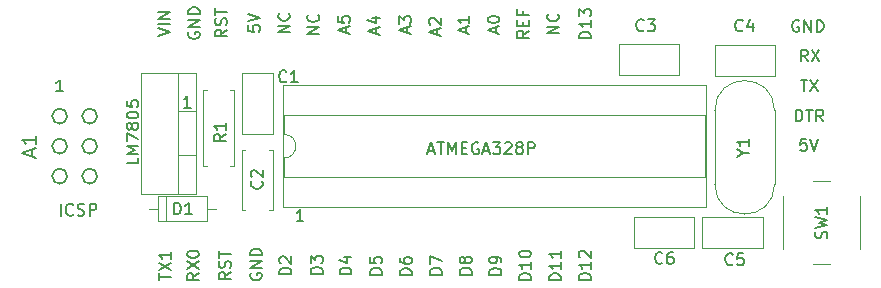
<source format=gbr>
G04 #@! TF.FileFunction,Legend,Top*
%FSLAX46Y46*%
G04 Gerber Fmt 4.6, Leading zero omitted, Abs format (unit mm)*
G04 Created by KiCad (PCBNEW 4.0.7) date 11/09/21 23:28:09*
%MOMM*%
%LPD*%
G01*
G04 APERTURE LIST*
%ADD10C,0.100000*%
%ADD11C,0.150000*%
%ADD12C,0.120000*%
G04 APERTURE END LIST*
D10*
D11*
X187689524Y-88292381D02*
X187213333Y-88292381D01*
X187165714Y-88768571D01*
X187213333Y-88720952D01*
X187308571Y-88673333D01*
X187546667Y-88673333D01*
X187641905Y-88720952D01*
X187689524Y-88768571D01*
X187737143Y-88863810D01*
X187737143Y-89101905D01*
X187689524Y-89197143D01*
X187641905Y-89244762D01*
X187546667Y-89292381D01*
X187308571Y-89292381D01*
X187213333Y-89244762D01*
X187165714Y-89197143D01*
X188022857Y-88292381D02*
X188356190Y-89292381D01*
X188689524Y-88292381D01*
X132802381Y-79581238D02*
X133802381Y-79247905D01*
X132802381Y-78914571D01*
X133802381Y-78581238D02*
X132802381Y-78581238D01*
X133802381Y-78105048D02*
X132802381Y-78105048D01*
X133802381Y-77533619D01*
X132802381Y-77533619D01*
X135390000Y-79247904D02*
X135342381Y-79343142D01*
X135342381Y-79485999D01*
X135390000Y-79628857D01*
X135485238Y-79724095D01*
X135580476Y-79771714D01*
X135770952Y-79819333D01*
X135913810Y-79819333D01*
X136104286Y-79771714D01*
X136199524Y-79724095D01*
X136294762Y-79628857D01*
X136342381Y-79485999D01*
X136342381Y-79390761D01*
X136294762Y-79247904D01*
X136247143Y-79200285D01*
X135913810Y-79200285D01*
X135913810Y-79390761D01*
X136342381Y-78771714D02*
X135342381Y-78771714D01*
X136342381Y-78200285D01*
X135342381Y-78200285D01*
X136342381Y-77724095D02*
X135342381Y-77724095D01*
X135342381Y-77486000D01*
X135390000Y-77343142D01*
X135485238Y-77247904D01*
X135580476Y-77200285D01*
X135770952Y-77152666D01*
X135913810Y-77152666D01*
X136104286Y-77200285D01*
X136199524Y-77247904D01*
X136294762Y-77343142D01*
X136342381Y-77486000D01*
X136342381Y-77724095D01*
X138628381Y-79033619D02*
X138152190Y-79366953D01*
X138628381Y-79605048D02*
X137628381Y-79605048D01*
X137628381Y-79224095D01*
X137676000Y-79128857D01*
X137723619Y-79081238D01*
X137818857Y-79033619D01*
X137961714Y-79033619D01*
X138056952Y-79081238D01*
X138104571Y-79128857D01*
X138152190Y-79224095D01*
X138152190Y-79605048D01*
X138580762Y-78652667D02*
X138628381Y-78509810D01*
X138628381Y-78271714D01*
X138580762Y-78176476D01*
X138533143Y-78128857D01*
X138437905Y-78081238D01*
X138342667Y-78081238D01*
X138247429Y-78128857D01*
X138199810Y-78176476D01*
X138152190Y-78271714D01*
X138104571Y-78462191D01*
X138056952Y-78557429D01*
X138009333Y-78605048D01*
X137914095Y-78652667D01*
X137818857Y-78652667D01*
X137723619Y-78605048D01*
X137676000Y-78557429D01*
X137628381Y-78462191D01*
X137628381Y-78224095D01*
X137676000Y-78081238D01*
X137628381Y-77795524D02*
X137628381Y-77224095D01*
X138628381Y-77509810D02*
X137628381Y-77509810D01*
X140422381Y-78676476D02*
X140422381Y-79152667D01*
X140898571Y-79200286D01*
X140850952Y-79152667D01*
X140803333Y-79057429D01*
X140803333Y-78819333D01*
X140850952Y-78724095D01*
X140898571Y-78676476D01*
X140993810Y-78628857D01*
X141231905Y-78628857D01*
X141327143Y-78676476D01*
X141374762Y-78724095D01*
X141422381Y-78819333D01*
X141422381Y-79057429D01*
X141374762Y-79152667D01*
X141327143Y-79200286D01*
X140422381Y-78343143D02*
X141422381Y-78009810D01*
X140422381Y-77676476D01*
X143962381Y-79271714D02*
X142962381Y-79271714D01*
X143962381Y-78700285D01*
X142962381Y-78700285D01*
X143867143Y-77652666D02*
X143914762Y-77700285D01*
X143962381Y-77843142D01*
X143962381Y-77938380D01*
X143914762Y-78081238D01*
X143819524Y-78176476D01*
X143724286Y-78224095D01*
X143533810Y-78271714D01*
X143390952Y-78271714D01*
X143200476Y-78224095D01*
X143105238Y-78176476D01*
X143010000Y-78081238D01*
X142962381Y-77938380D01*
X142962381Y-77843142D01*
X143010000Y-77700285D01*
X143057619Y-77652666D01*
X146432381Y-79375714D02*
X145432381Y-79375714D01*
X146432381Y-78804285D01*
X145432381Y-78804285D01*
X146337143Y-77756666D02*
X146384762Y-77804285D01*
X146432381Y-77947142D01*
X146432381Y-78042380D01*
X146384762Y-78185238D01*
X146289524Y-78280476D01*
X146194286Y-78328095D01*
X146003810Y-78375714D01*
X145860952Y-78375714D01*
X145670476Y-78328095D01*
X145575238Y-78280476D01*
X145480000Y-78185238D01*
X145432381Y-78042380D01*
X145432381Y-77947142D01*
X145480000Y-77804285D01*
X145527619Y-77756666D01*
X148736667Y-79304286D02*
X148736667Y-78828095D01*
X149022381Y-79399524D02*
X148022381Y-79066191D01*
X149022381Y-78732857D01*
X148022381Y-77923333D02*
X148022381Y-78399524D01*
X148498571Y-78447143D01*
X148450952Y-78399524D01*
X148403333Y-78304286D01*
X148403333Y-78066190D01*
X148450952Y-77970952D01*
X148498571Y-77923333D01*
X148593810Y-77875714D01*
X148831905Y-77875714D01*
X148927143Y-77923333D01*
X148974762Y-77970952D01*
X149022381Y-78066190D01*
X149022381Y-78304286D01*
X148974762Y-78399524D01*
X148927143Y-78447143D01*
X151286667Y-79354286D02*
X151286667Y-78878095D01*
X151572381Y-79449524D02*
X150572381Y-79116191D01*
X151572381Y-78782857D01*
X150905714Y-78020952D02*
X151572381Y-78020952D01*
X150524762Y-78259048D02*
X151239048Y-78497143D01*
X151239048Y-77878095D01*
X153906667Y-79334286D02*
X153906667Y-78858095D01*
X154192381Y-79429524D02*
X153192381Y-79096191D01*
X154192381Y-78762857D01*
X153192381Y-78524762D02*
X153192381Y-77905714D01*
X153573333Y-78239048D01*
X153573333Y-78096190D01*
X153620952Y-78000952D01*
X153668571Y-77953333D01*
X153763810Y-77905714D01*
X154001905Y-77905714D01*
X154097143Y-77953333D01*
X154144762Y-78000952D01*
X154192381Y-78096190D01*
X154192381Y-78381905D01*
X154144762Y-78477143D01*
X154097143Y-78524762D01*
X156446667Y-79474286D02*
X156446667Y-78998095D01*
X156732381Y-79569524D02*
X155732381Y-79236191D01*
X156732381Y-78902857D01*
X155827619Y-78617143D02*
X155780000Y-78569524D01*
X155732381Y-78474286D01*
X155732381Y-78236190D01*
X155780000Y-78140952D01*
X155827619Y-78093333D01*
X155922857Y-78045714D01*
X156018095Y-78045714D01*
X156160952Y-78093333D01*
X156732381Y-78664762D01*
X156732381Y-78045714D01*
X158866667Y-79334286D02*
X158866667Y-78858095D01*
X159152381Y-79429524D02*
X158152381Y-79096191D01*
X159152381Y-78762857D01*
X159152381Y-77905714D02*
X159152381Y-78477143D01*
X159152381Y-78191429D02*
X158152381Y-78191429D01*
X158295238Y-78286667D01*
X158390476Y-78381905D01*
X158438095Y-78477143D01*
X161406667Y-79334286D02*
X161406667Y-78858095D01*
X161692381Y-79429524D02*
X160692381Y-79096191D01*
X161692381Y-78762857D01*
X160692381Y-78239048D02*
X160692381Y-78143809D01*
X160740000Y-78048571D01*
X160787619Y-78000952D01*
X160882857Y-77953333D01*
X161073333Y-77905714D01*
X161311429Y-77905714D01*
X161501905Y-77953333D01*
X161597143Y-78000952D01*
X161644762Y-78048571D01*
X161692381Y-78143809D01*
X161692381Y-78239048D01*
X161644762Y-78334286D01*
X161597143Y-78381905D01*
X161501905Y-78429524D01*
X161311429Y-78477143D01*
X161073333Y-78477143D01*
X160882857Y-78429524D01*
X160787619Y-78381905D01*
X160740000Y-78334286D01*
X160692381Y-78239048D01*
X164172381Y-79131428D02*
X163696190Y-79464762D01*
X164172381Y-79702857D02*
X163172381Y-79702857D01*
X163172381Y-79321904D01*
X163220000Y-79226666D01*
X163267619Y-79179047D01*
X163362857Y-79131428D01*
X163505714Y-79131428D01*
X163600952Y-79179047D01*
X163648571Y-79226666D01*
X163696190Y-79321904D01*
X163696190Y-79702857D01*
X163648571Y-78702857D02*
X163648571Y-78369523D01*
X164172381Y-78226666D02*
X164172381Y-78702857D01*
X163172381Y-78702857D01*
X163172381Y-78226666D01*
X163648571Y-77464761D02*
X163648571Y-77798095D01*
X164172381Y-77798095D02*
X163172381Y-77798095D01*
X163172381Y-77321904D01*
X166732381Y-79345714D02*
X165732381Y-79345714D01*
X166732381Y-78774285D01*
X165732381Y-78774285D01*
X166637143Y-77726666D02*
X166684762Y-77774285D01*
X166732381Y-77917142D01*
X166732381Y-78012380D01*
X166684762Y-78155238D01*
X166589524Y-78250476D01*
X166494286Y-78298095D01*
X166303810Y-78345714D01*
X166160952Y-78345714D01*
X165970476Y-78298095D01*
X165875238Y-78250476D01*
X165780000Y-78155238D01*
X165732381Y-78012380D01*
X165732381Y-77917142D01*
X165780000Y-77774285D01*
X165827619Y-77726666D01*
X169452381Y-79774286D02*
X168452381Y-79774286D01*
X168452381Y-79536191D01*
X168500000Y-79393333D01*
X168595238Y-79298095D01*
X168690476Y-79250476D01*
X168880952Y-79202857D01*
X169023810Y-79202857D01*
X169214286Y-79250476D01*
X169309524Y-79298095D01*
X169404762Y-79393333D01*
X169452381Y-79536191D01*
X169452381Y-79774286D01*
X169452381Y-78250476D02*
X169452381Y-78821905D01*
X169452381Y-78536191D02*
X168452381Y-78536191D01*
X168595238Y-78631429D01*
X168690476Y-78726667D01*
X168738095Y-78821905D01*
X168452381Y-77917143D02*
X168452381Y-77298095D01*
X168833333Y-77631429D01*
X168833333Y-77488571D01*
X168880952Y-77393333D01*
X168928571Y-77345714D01*
X169023810Y-77298095D01*
X169261905Y-77298095D01*
X169357143Y-77345714D01*
X169404762Y-77393333D01*
X169452381Y-77488571D01*
X169452381Y-77774286D01*
X169404762Y-77869524D01*
X169357143Y-77917143D01*
X169422381Y-100224286D02*
X168422381Y-100224286D01*
X168422381Y-99986191D01*
X168470000Y-99843333D01*
X168565238Y-99748095D01*
X168660476Y-99700476D01*
X168850952Y-99652857D01*
X168993810Y-99652857D01*
X169184286Y-99700476D01*
X169279524Y-99748095D01*
X169374762Y-99843333D01*
X169422381Y-99986191D01*
X169422381Y-100224286D01*
X169422381Y-98700476D02*
X169422381Y-99271905D01*
X169422381Y-98986191D02*
X168422381Y-98986191D01*
X168565238Y-99081429D01*
X168660476Y-99176667D01*
X168708095Y-99271905D01*
X168517619Y-98319524D02*
X168470000Y-98271905D01*
X168422381Y-98176667D01*
X168422381Y-97938571D01*
X168470000Y-97843333D01*
X168517619Y-97795714D01*
X168612857Y-97748095D01*
X168708095Y-97748095D01*
X168850952Y-97795714D01*
X169422381Y-98367143D01*
X169422381Y-97748095D01*
X166912381Y-100254286D02*
X165912381Y-100254286D01*
X165912381Y-100016191D01*
X165960000Y-99873333D01*
X166055238Y-99778095D01*
X166150476Y-99730476D01*
X166340952Y-99682857D01*
X166483810Y-99682857D01*
X166674286Y-99730476D01*
X166769524Y-99778095D01*
X166864762Y-99873333D01*
X166912381Y-100016191D01*
X166912381Y-100254286D01*
X166912381Y-98730476D02*
X166912381Y-99301905D01*
X166912381Y-99016191D02*
X165912381Y-99016191D01*
X166055238Y-99111429D01*
X166150476Y-99206667D01*
X166198095Y-99301905D01*
X166912381Y-97778095D02*
X166912381Y-98349524D01*
X166912381Y-98063810D02*
X165912381Y-98063810D01*
X166055238Y-98159048D01*
X166150476Y-98254286D01*
X166198095Y-98349524D01*
X164362381Y-100214286D02*
X163362381Y-100214286D01*
X163362381Y-99976191D01*
X163410000Y-99833333D01*
X163505238Y-99738095D01*
X163600476Y-99690476D01*
X163790952Y-99642857D01*
X163933810Y-99642857D01*
X164124286Y-99690476D01*
X164219524Y-99738095D01*
X164314762Y-99833333D01*
X164362381Y-99976191D01*
X164362381Y-100214286D01*
X164362381Y-98690476D02*
X164362381Y-99261905D01*
X164362381Y-98976191D02*
X163362381Y-98976191D01*
X163505238Y-99071429D01*
X163600476Y-99166667D01*
X163648095Y-99261905D01*
X163362381Y-98071429D02*
X163362381Y-97976190D01*
X163410000Y-97880952D01*
X163457619Y-97833333D01*
X163552857Y-97785714D01*
X163743333Y-97738095D01*
X163981429Y-97738095D01*
X164171905Y-97785714D01*
X164267143Y-97833333D01*
X164314762Y-97880952D01*
X164362381Y-97976190D01*
X164362381Y-98071429D01*
X164314762Y-98166667D01*
X164267143Y-98214286D01*
X164171905Y-98261905D01*
X163981429Y-98309524D01*
X163743333Y-98309524D01*
X163552857Y-98261905D01*
X163457619Y-98214286D01*
X163410000Y-98166667D01*
X163362381Y-98071429D01*
X161852381Y-99788095D02*
X160852381Y-99788095D01*
X160852381Y-99550000D01*
X160900000Y-99407142D01*
X160995238Y-99311904D01*
X161090476Y-99264285D01*
X161280952Y-99216666D01*
X161423810Y-99216666D01*
X161614286Y-99264285D01*
X161709524Y-99311904D01*
X161804762Y-99407142D01*
X161852381Y-99550000D01*
X161852381Y-99788095D01*
X161852381Y-98740476D02*
X161852381Y-98550000D01*
X161804762Y-98454761D01*
X161757143Y-98407142D01*
X161614286Y-98311904D01*
X161423810Y-98264285D01*
X161042857Y-98264285D01*
X160947619Y-98311904D01*
X160900000Y-98359523D01*
X160852381Y-98454761D01*
X160852381Y-98645238D01*
X160900000Y-98740476D01*
X160947619Y-98788095D01*
X161042857Y-98835714D01*
X161280952Y-98835714D01*
X161376190Y-98788095D01*
X161423810Y-98740476D01*
X161471429Y-98645238D01*
X161471429Y-98454761D01*
X161423810Y-98359523D01*
X161376190Y-98311904D01*
X161280952Y-98264285D01*
X159332381Y-99778095D02*
X158332381Y-99778095D01*
X158332381Y-99540000D01*
X158380000Y-99397142D01*
X158475238Y-99301904D01*
X158570476Y-99254285D01*
X158760952Y-99206666D01*
X158903810Y-99206666D01*
X159094286Y-99254285D01*
X159189524Y-99301904D01*
X159284762Y-99397142D01*
X159332381Y-99540000D01*
X159332381Y-99778095D01*
X158760952Y-98635238D02*
X158713333Y-98730476D01*
X158665714Y-98778095D01*
X158570476Y-98825714D01*
X158522857Y-98825714D01*
X158427619Y-98778095D01*
X158380000Y-98730476D01*
X158332381Y-98635238D01*
X158332381Y-98444761D01*
X158380000Y-98349523D01*
X158427619Y-98301904D01*
X158522857Y-98254285D01*
X158570476Y-98254285D01*
X158665714Y-98301904D01*
X158713333Y-98349523D01*
X158760952Y-98444761D01*
X158760952Y-98635238D01*
X158808571Y-98730476D01*
X158856190Y-98778095D01*
X158951429Y-98825714D01*
X159141905Y-98825714D01*
X159237143Y-98778095D01*
X159284762Y-98730476D01*
X159332381Y-98635238D01*
X159332381Y-98444761D01*
X159284762Y-98349523D01*
X159237143Y-98301904D01*
X159141905Y-98254285D01*
X158951429Y-98254285D01*
X158856190Y-98301904D01*
X158808571Y-98349523D01*
X158760952Y-98444761D01*
X156802381Y-99778095D02*
X155802381Y-99778095D01*
X155802381Y-99540000D01*
X155850000Y-99397142D01*
X155945238Y-99301904D01*
X156040476Y-99254285D01*
X156230952Y-99206666D01*
X156373810Y-99206666D01*
X156564286Y-99254285D01*
X156659524Y-99301904D01*
X156754762Y-99397142D01*
X156802381Y-99540000D01*
X156802381Y-99778095D01*
X155802381Y-98873333D02*
X155802381Y-98206666D01*
X156802381Y-98635238D01*
X154252381Y-99828095D02*
X153252381Y-99828095D01*
X153252381Y-99590000D01*
X153300000Y-99447142D01*
X153395238Y-99351904D01*
X153490476Y-99304285D01*
X153680952Y-99256666D01*
X153823810Y-99256666D01*
X154014286Y-99304285D01*
X154109524Y-99351904D01*
X154204762Y-99447142D01*
X154252381Y-99590000D01*
X154252381Y-99828095D01*
X153252381Y-98399523D02*
X153252381Y-98590000D01*
X153300000Y-98685238D01*
X153347619Y-98732857D01*
X153490476Y-98828095D01*
X153680952Y-98875714D01*
X154061905Y-98875714D01*
X154157143Y-98828095D01*
X154204762Y-98780476D01*
X154252381Y-98685238D01*
X154252381Y-98494761D01*
X154204762Y-98399523D01*
X154157143Y-98351904D01*
X154061905Y-98304285D01*
X153823810Y-98304285D01*
X153728571Y-98351904D01*
X153680952Y-98399523D01*
X153633333Y-98494761D01*
X153633333Y-98685238D01*
X153680952Y-98780476D01*
X153728571Y-98828095D01*
X153823810Y-98875714D01*
X151732381Y-99778095D02*
X150732381Y-99778095D01*
X150732381Y-99540000D01*
X150780000Y-99397142D01*
X150875238Y-99301904D01*
X150970476Y-99254285D01*
X151160952Y-99206666D01*
X151303810Y-99206666D01*
X151494286Y-99254285D01*
X151589524Y-99301904D01*
X151684762Y-99397142D01*
X151732381Y-99540000D01*
X151732381Y-99778095D01*
X150732381Y-98301904D02*
X150732381Y-98778095D01*
X151208571Y-98825714D01*
X151160952Y-98778095D01*
X151113333Y-98682857D01*
X151113333Y-98444761D01*
X151160952Y-98349523D01*
X151208571Y-98301904D01*
X151303810Y-98254285D01*
X151541905Y-98254285D01*
X151637143Y-98301904D01*
X151684762Y-98349523D01*
X151732381Y-98444761D01*
X151732381Y-98682857D01*
X151684762Y-98778095D01*
X151637143Y-98825714D01*
X149162381Y-99748095D02*
X148162381Y-99748095D01*
X148162381Y-99510000D01*
X148210000Y-99367142D01*
X148305238Y-99271904D01*
X148400476Y-99224285D01*
X148590952Y-99176666D01*
X148733810Y-99176666D01*
X148924286Y-99224285D01*
X149019524Y-99271904D01*
X149114762Y-99367142D01*
X149162381Y-99510000D01*
X149162381Y-99748095D01*
X148495714Y-98319523D02*
X149162381Y-98319523D01*
X148114762Y-98557619D02*
X148829048Y-98795714D01*
X148829048Y-98176666D01*
X146722381Y-99708095D02*
X145722381Y-99708095D01*
X145722381Y-99470000D01*
X145770000Y-99327142D01*
X145865238Y-99231904D01*
X145960476Y-99184285D01*
X146150952Y-99136666D01*
X146293810Y-99136666D01*
X146484286Y-99184285D01*
X146579524Y-99231904D01*
X146674762Y-99327142D01*
X146722381Y-99470000D01*
X146722381Y-99708095D01*
X145722381Y-98803333D02*
X145722381Y-98184285D01*
X146103333Y-98517619D01*
X146103333Y-98374761D01*
X146150952Y-98279523D01*
X146198571Y-98231904D01*
X146293810Y-98184285D01*
X146531905Y-98184285D01*
X146627143Y-98231904D01*
X146674762Y-98279523D01*
X146722381Y-98374761D01*
X146722381Y-98660476D01*
X146674762Y-98755714D01*
X146627143Y-98803333D01*
X144072381Y-99758095D02*
X143072381Y-99758095D01*
X143072381Y-99520000D01*
X143120000Y-99377142D01*
X143215238Y-99281904D01*
X143310476Y-99234285D01*
X143500952Y-99186666D01*
X143643810Y-99186666D01*
X143834286Y-99234285D01*
X143929524Y-99281904D01*
X144024762Y-99377142D01*
X144072381Y-99520000D01*
X144072381Y-99758095D01*
X143167619Y-98805714D02*
X143120000Y-98758095D01*
X143072381Y-98662857D01*
X143072381Y-98424761D01*
X143120000Y-98329523D01*
X143167619Y-98281904D01*
X143262857Y-98234285D01*
X143358095Y-98234285D01*
X143500952Y-98281904D01*
X144072381Y-98853333D01*
X144072381Y-98234285D01*
X140640000Y-99681904D02*
X140592381Y-99777142D01*
X140592381Y-99919999D01*
X140640000Y-100062857D01*
X140735238Y-100158095D01*
X140830476Y-100205714D01*
X141020952Y-100253333D01*
X141163810Y-100253333D01*
X141354286Y-100205714D01*
X141449524Y-100158095D01*
X141544762Y-100062857D01*
X141592381Y-99919999D01*
X141592381Y-99824761D01*
X141544762Y-99681904D01*
X141497143Y-99634285D01*
X141163810Y-99634285D01*
X141163810Y-99824761D01*
X141592381Y-99205714D02*
X140592381Y-99205714D01*
X141592381Y-98634285D01*
X140592381Y-98634285D01*
X141592381Y-98158095D02*
X140592381Y-98158095D01*
X140592381Y-97920000D01*
X140640000Y-97777142D01*
X140735238Y-97681904D01*
X140830476Y-97634285D01*
X141020952Y-97586666D01*
X141163810Y-97586666D01*
X141354286Y-97634285D01*
X141449524Y-97681904D01*
X141544762Y-97777142D01*
X141592381Y-97920000D01*
X141592381Y-98158095D01*
X136252381Y-99662857D02*
X135776190Y-99996191D01*
X136252381Y-100234286D02*
X135252381Y-100234286D01*
X135252381Y-99853333D01*
X135300000Y-99758095D01*
X135347619Y-99710476D01*
X135442857Y-99662857D01*
X135585714Y-99662857D01*
X135680952Y-99710476D01*
X135728571Y-99758095D01*
X135776190Y-99853333D01*
X135776190Y-100234286D01*
X135252381Y-99329524D02*
X136252381Y-98662857D01*
X135252381Y-98662857D02*
X136252381Y-99329524D01*
X135252381Y-98091429D02*
X135252381Y-97996190D01*
X135300000Y-97900952D01*
X135347619Y-97853333D01*
X135442857Y-97805714D01*
X135633333Y-97758095D01*
X135871429Y-97758095D01*
X136061905Y-97805714D01*
X136157143Y-97853333D01*
X136204762Y-97900952D01*
X136252381Y-97996190D01*
X136252381Y-98091429D01*
X136204762Y-98186667D01*
X136157143Y-98234286D01*
X136061905Y-98281905D01*
X135871429Y-98329524D01*
X135633333Y-98329524D01*
X135442857Y-98281905D01*
X135347619Y-98234286D01*
X135300000Y-98186667D01*
X135252381Y-98091429D01*
X138942381Y-99597619D02*
X138466190Y-99930953D01*
X138942381Y-100169048D02*
X137942381Y-100169048D01*
X137942381Y-99788095D01*
X137990000Y-99692857D01*
X138037619Y-99645238D01*
X138132857Y-99597619D01*
X138275714Y-99597619D01*
X138370952Y-99645238D01*
X138418571Y-99692857D01*
X138466190Y-99788095D01*
X138466190Y-100169048D01*
X138894762Y-99216667D02*
X138942381Y-99073810D01*
X138942381Y-98835714D01*
X138894762Y-98740476D01*
X138847143Y-98692857D01*
X138751905Y-98645238D01*
X138656667Y-98645238D01*
X138561429Y-98692857D01*
X138513810Y-98740476D01*
X138466190Y-98835714D01*
X138418571Y-99026191D01*
X138370952Y-99121429D01*
X138323333Y-99169048D01*
X138228095Y-99216667D01*
X138132857Y-99216667D01*
X138037619Y-99169048D01*
X137990000Y-99121429D01*
X137942381Y-99026191D01*
X137942381Y-98788095D01*
X137990000Y-98645238D01*
X137942381Y-98359524D02*
X137942381Y-97788095D01*
X138942381Y-98073810D02*
X137942381Y-98073810D01*
X132852381Y-100238095D02*
X132852381Y-99666666D01*
X133852381Y-99952381D02*
X132852381Y-99952381D01*
X132852381Y-99428571D02*
X133852381Y-98761904D01*
X132852381Y-98761904D02*
X133852381Y-99428571D01*
X133852381Y-97857142D02*
X133852381Y-98428571D01*
X133852381Y-98142857D02*
X132852381Y-98142857D01*
X132995238Y-98238095D01*
X133090476Y-98333333D01*
X133138095Y-98428571D01*
X131132381Y-89876666D02*
X131132381Y-90352857D01*
X130132381Y-90352857D01*
X131132381Y-89543333D02*
X130132381Y-89543333D01*
X130846667Y-89209999D01*
X130132381Y-88876666D01*
X131132381Y-88876666D01*
X130132381Y-88495714D02*
X130132381Y-87829047D01*
X131132381Y-88257619D01*
X130560952Y-87305238D02*
X130513333Y-87400476D01*
X130465714Y-87448095D01*
X130370476Y-87495714D01*
X130322857Y-87495714D01*
X130227619Y-87448095D01*
X130180000Y-87400476D01*
X130132381Y-87305238D01*
X130132381Y-87114761D01*
X130180000Y-87019523D01*
X130227619Y-86971904D01*
X130322857Y-86924285D01*
X130370476Y-86924285D01*
X130465714Y-86971904D01*
X130513333Y-87019523D01*
X130560952Y-87114761D01*
X130560952Y-87305238D01*
X130608571Y-87400476D01*
X130656190Y-87448095D01*
X130751429Y-87495714D01*
X130941905Y-87495714D01*
X131037143Y-87448095D01*
X131084762Y-87400476D01*
X131132381Y-87305238D01*
X131132381Y-87114761D01*
X131084762Y-87019523D01*
X131037143Y-86971904D01*
X130941905Y-86924285D01*
X130751429Y-86924285D01*
X130656190Y-86971904D01*
X130608571Y-87019523D01*
X130560952Y-87114761D01*
X130132381Y-86305238D02*
X130132381Y-86209999D01*
X130180000Y-86114761D01*
X130227619Y-86067142D01*
X130322857Y-86019523D01*
X130513333Y-85971904D01*
X130751429Y-85971904D01*
X130941905Y-86019523D01*
X131037143Y-86067142D01*
X131084762Y-86114761D01*
X131132381Y-86209999D01*
X131132381Y-86305238D01*
X131084762Y-86400476D01*
X131037143Y-86448095D01*
X130941905Y-86495714D01*
X130751429Y-86543333D01*
X130513333Y-86543333D01*
X130322857Y-86495714D01*
X130227619Y-86448095D01*
X130180000Y-86400476D01*
X130132381Y-86305238D01*
X130132381Y-85067142D02*
X130132381Y-85543333D01*
X130608571Y-85590952D01*
X130560952Y-85543333D01*
X130513333Y-85448095D01*
X130513333Y-85209999D01*
X130560952Y-85114761D01*
X130608571Y-85067142D01*
X130703810Y-85019523D01*
X130941905Y-85019523D01*
X131037143Y-85067142D01*
X131084762Y-85114761D01*
X131132381Y-85209999D01*
X131132381Y-85448095D01*
X131084762Y-85543333D01*
X131037143Y-85590952D01*
X124563810Y-94782381D02*
X124563810Y-93782381D01*
X125611429Y-94687143D02*
X125563810Y-94734762D01*
X125420953Y-94782381D01*
X125325715Y-94782381D01*
X125182857Y-94734762D01*
X125087619Y-94639524D01*
X125040000Y-94544286D01*
X124992381Y-94353810D01*
X124992381Y-94210952D01*
X125040000Y-94020476D01*
X125087619Y-93925238D01*
X125182857Y-93830000D01*
X125325715Y-93782381D01*
X125420953Y-93782381D01*
X125563810Y-93830000D01*
X125611429Y-93877619D01*
X125992381Y-94734762D02*
X126135238Y-94782381D01*
X126373334Y-94782381D01*
X126468572Y-94734762D01*
X126516191Y-94687143D01*
X126563810Y-94591905D01*
X126563810Y-94496667D01*
X126516191Y-94401429D01*
X126468572Y-94353810D01*
X126373334Y-94306190D01*
X126182857Y-94258571D01*
X126087619Y-94210952D01*
X126040000Y-94163333D01*
X125992381Y-94068095D01*
X125992381Y-93972857D01*
X126040000Y-93877619D01*
X126087619Y-93830000D01*
X126182857Y-93782381D01*
X126420953Y-93782381D01*
X126563810Y-93830000D01*
X126992381Y-94782381D02*
X126992381Y-93782381D01*
X127373334Y-93782381D01*
X127468572Y-93830000D01*
X127516191Y-93877619D01*
X127563810Y-93972857D01*
X127563810Y-94115714D01*
X127516191Y-94210952D01*
X127468572Y-94258571D01*
X127373334Y-94306190D01*
X126992381Y-94306190D01*
X145105715Y-95242381D02*
X144534286Y-95242381D01*
X144820000Y-95242381D02*
X144820000Y-94242381D01*
X144724762Y-94385238D01*
X144629524Y-94480476D01*
X144534286Y-94528095D01*
X135555715Y-85632381D02*
X134984286Y-85632381D01*
X135270000Y-85632381D02*
X135270000Y-84632381D01*
X135174762Y-84775238D01*
X135079524Y-84870476D01*
X134984286Y-84918095D01*
X155680000Y-89286667D02*
X156156191Y-89286667D01*
X155584762Y-89572381D02*
X155918095Y-88572381D01*
X156251429Y-89572381D01*
X156441905Y-88572381D02*
X157013334Y-88572381D01*
X156727619Y-89572381D02*
X156727619Y-88572381D01*
X157346667Y-89572381D02*
X157346667Y-88572381D01*
X157680001Y-89286667D01*
X158013334Y-88572381D01*
X158013334Y-89572381D01*
X158489524Y-89048571D02*
X158822858Y-89048571D01*
X158965715Y-89572381D02*
X158489524Y-89572381D01*
X158489524Y-88572381D01*
X158965715Y-88572381D01*
X159918096Y-88620000D02*
X159822858Y-88572381D01*
X159680001Y-88572381D01*
X159537143Y-88620000D01*
X159441905Y-88715238D01*
X159394286Y-88810476D01*
X159346667Y-89000952D01*
X159346667Y-89143810D01*
X159394286Y-89334286D01*
X159441905Y-89429524D01*
X159537143Y-89524762D01*
X159680001Y-89572381D01*
X159775239Y-89572381D01*
X159918096Y-89524762D01*
X159965715Y-89477143D01*
X159965715Y-89143810D01*
X159775239Y-89143810D01*
X160346667Y-89286667D02*
X160822858Y-89286667D01*
X160251429Y-89572381D02*
X160584762Y-88572381D01*
X160918096Y-89572381D01*
X161156191Y-88572381D02*
X161775239Y-88572381D01*
X161441905Y-88953333D01*
X161584763Y-88953333D01*
X161680001Y-89000952D01*
X161727620Y-89048571D01*
X161775239Y-89143810D01*
X161775239Y-89381905D01*
X161727620Y-89477143D01*
X161680001Y-89524762D01*
X161584763Y-89572381D01*
X161299048Y-89572381D01*
X161203810Y-89524762D01*
X161156191Y-89477143D01*
X162156191Y-88667619D02*
X162203810Y-88620000D01*
X162299048Y-88572381D01*
X162537144Y-88572381D01*
X162632382Y-88620000D01*
X162680001Y-88667619D01*
X162727620Y-88762857D01*
X162727620Y-88858095D01*
X162680001Y-89000952D01*
X162108572Y-89572381D01*
X162727620Y-89572381D01*
X163299048Y-89000952D02*
X163203810Y-88953333D01*
X163156191Y-88905714D01*
X163108572Y-88810476D01*
X163108572Y-88762857D01*
X163156191Y-88667619D01*
X163203810Y-88620000D01*
X163299048Y-88572381D01*
X163489525Y-88572381D01*
X163584763Y-88620000D01*
X163632382Y-88667619D01*
X163680001Y-88762857D01*
X163680001Y-88810476D01*
X163632382Y-88905714D01*
X163584763Y-88953333D01*
X163489525Y-89000952D01*
X163299048Y-89000952D01*
X163203810Y-89048571D01*
X163156191Y-89096190D01*
X163108572Y-89191429D01*
X163108572Y-89381905D01*
X163156191Y-89477143D01*
X163203810Y-89524762D01*
X163299048Y-89572381D01*
X163489525Y-89572381D01*
X163584763Y-89524762D01*
X163632382Y-89477143D01*
X163680001Y-89381905D01*
X163680001Y-89191429D01*
X163632382Y-89096190D01*
X163584763Y-89048571D01*
X163489525Y-89000952D01*
X164108572Y-89572381D02*
X164108572Y-88572381D01*
X164489525Y-88572381D01*
X164584763Y-88620000D01*
X164632382Y-88667619D01*
X164680001Y-88762857D01*
X164680001Y-88905714D01*
X164632382Y-89000952D01*
X164584763Y-89048571D01*
X164489525Y-89096190D01*
X164108572Y-89096190D01*
X186777143Y-86812381D02*
X186777143Y-85812381D01*
X187015238Y-85812381D01*
X187158096Y-85860000D01*
X187253334Y-85955238D01*
X187300953Y-86050476D01*
X187348572Y-86240952D01*
X187348572Y-86383810D01*
X187300953Y-86574286D01*
X187253334Y-86669524D01*
X187158096Y-86764762D01*
X187015238Y-86812381D01*
X186777143Y-86812381D01*
X187634286Y-85812381D02*
X188205715Y-85812381D01*
X187920000Y-86812381D02*
X187920000Y-85812381D01*
X189110477Y-86812381D02*
X188777143Y-86336190D01*
X188539048Y-86812381D02*
X188539048Y-85812381D01*
X188920001Y-85812381D01*
X189015239Y-85860000D01*
X189062858Y-85907619D01*
X189110477Y-86002857D01*
X189110477Y-86145714D01*
X189062858Y-86240952D01*
X189015239Y-86288571D01*
X188920001Y-86336190D01*
X188539048Y-86336190D01*
X187038096Y-78280000D02*
X186942858Y-78232381D01*
X186800001Y-78232381D01*
X186657143Y-78280000D01*
X186561905Y-78375238D01*
X186514286Y-78470476D01*
X186466667Y-78660952D01*
X186466667Y-78803810D01*
X186514286Y-78994286D01*
X186561905Y-79089524D01*
X186657143Y-79184762D01*
X186800001Y-79232381D01*
X186895239Y-79232381D01*
X187038096Y-79184762D01*
X187085715Y-79137143D01*
X187085715Y-78803810D01*
X186895239Y-78803810D01*
X187514286Y-79232381D02*
X187514286Y-78232381D01*
X188085715Y-79232381D01*
X188085715Y-78232381D01*
X188561905Y-79232381D02*
X188561905Y-78232381D01*
X188800000Y-78232381D01*
X188942858Y-78280000D01*
X189038096Y-78375238D01*
X189085715Y-78470476D01*
X189133334Y-78660952D01*
X189133334Y-78803810D01*
X189085715Y-78994286D01*
X189038096Y-79089524D01*
X188942858Y-79184762D01*
X188800000Y-79232381D01*
X188561905Y-79232381D01*
X187793334Y-81732381D02*
X187460000Y-81256190D01*
X187221905Y-81732381D02*
X187221905Y-80732381D01*
X187602858Y-80732381D01*
X187698096Y-80780000D01*
X187745715Y-80827619D01*
X187793334Y-80922857D01*
X187793334Y-81065714D01*
X187745715Y-81160952D01*
X187698096Y-81208571D01*
X187602858Y-81256190D01*
X187221905Y-81256190D01*
X188126667Y-80732381D02*
X188793334Y-81732381D01*
X188793334Y-80732381D02*
X188126667Y-81732381D01*
X187198095Y-83272381D02*
X187769524Y-83272381D01*
X187483809Y-84272381D02*
X187483809Y-83272381D01*
X188007619Y-83272381D02*
X188674286Y-84272381D01*
X188674286Y-83272381D02*
X188007619Y-84272381D01*
D12*
X143450000Y-87900000D02*
G75*
G02X143450000Y-89900000I0J-1000000D01*
G01*
X143450000Y-89900000D02*
X143450000Y-91550000D01*
X143450000Y-91550000D02*
X179130000Y-91550000D01*
X179130000Y-91550000D02*
X179130000Y-86250000D01*
X179130000Y-86250000D02*
X143450000Y-86250000D01*
X143450000Y-86250000D02*
X143450000Y-87900000D01*
X143390000Y-94040000D02*
X179190000Y-94040000D01*
X179190000Y-94040000D02*
X179190000Y-83760000D01*
X179190000Y-83760000D02*
X143390000Y-83760000D01*
X143390000Y-83760000D02*
X143390000Y-94040000D01*
X142500000Y-82750000D02*
X142500000Y-87870000D01*
X139880000Y-82750000D02*
X139880000Y-87870000D01*
X142500000Y-82750000D02*
X139880000Y-82750000D01*
X142500000Y-87870000D02*
X139880000Y-87870000D01*
X171790000Y-80270000D02*
X176910000Y-80270000D01*
X171790000Y-82890000D02*
X176910000Y-82890000D01*
X171790000Y-80270000D02*
X171790000Y-82890000D01*
X176910000Y-80270000D02*
X176910000Y-82890000D01*
X179920000Y-80360000D02*
X185040000Y-80360000D01*
X179920000Y-82980000D02*
X185040000Y-82980000D01*
X179920000Y-80360000D02*
X179920000Y-82980000D01*
X185040000Y-80360000D02*
X185040000Y-82980000D01*
X178860000Y-94870000D02*
X183980000Y-94870000D01*
X178860000Y-97490000D02*
X183980000Y-97490000D01*
X178860000Y-94870000D02*
X178860000Y-97490000D01*
X183980000Y-94870000D02*
X183980000Y-97490000D01*
X178210000Y-97510000D02*
X173090000Y-97510000D01*
X178210000Y-94890000D02*
X173090000Y-94890000D01*
X178210000Y-97510000D02*
X178210000Y-94890000D01*
X173090000Y-97510000D02*
X173090000Y-94890000D01*
X132810000Y-93160000D02*
X132810000Y-95280000D01*
X132810000Y-95280000D02*
X136930000Y-95280000D01*
X136930000Y-95280000D02*
X136930000Y-93160000D01*
X136930000Y-93160000D02*
X132810000Y-93160000D01*
X132040000Y-94220000D02*
X132810000Y-94220000D01*
X137700000Y-94220000D02*
X136930000Y-94220000D01*
X133470000Y-93160000D02*
X133470000Y-95280000D01*
X138890000Y-84140000D02*
X139220000Y-84140000D01*
X139220000Y-84140000D02*
X139220000Y-90560000D01*
X139220000Y-90560000D02*
X138890000Y-90560000D01*
X136930000Y-84140000D02*
X136600000Y-84140000D01*
X136600000Y-84140000D02*
X136600000Y-90560000D01*
X136600000Y-90560000D02*
X136930000Y-90560000D01*
X185720000Y-93120000D02*
X185720000Y-97620000D01*
X189720000Y-91870000D02*
X188220000Y-91870000D01*
X192220000Y-97620000D02*
X192220000Y-93120000D01*
X188220000Y-98870000D02*
X189720000Y-98870000D01*
X135980000Y-82690000D02*
X135980000Y-92930000D01*
X131339000Y-82690000D02*
X131339000Y-92930000D01*
X135980000Y-82690000D02*
X131339000Y-82690000D01*
X135980000Y-92930000D02*
X131339000Y-92930000D01*
X134470000Y-82690000D02*
X134470000Y-92930000D01*
X135980000Y-85960000D02*
X134470000Y-85960000D01*
X135980000Y-89661000D02*
X134470000Y-89661000D01*
X184985000Y-85875000D02*
X184985000Y-92125000D01*
X179935000Y-85875000D02*
X179935000Y-92125000D01*
X179935000Y-85875000D02*
G75*
G02X184985000Y-85875000I2525000J0D01*
G01*
X179935000Y-92125000D02*
G75*
G03X184985000Y-92125000I2525000J0D01*
G01*
X142490000Y-89210000D02*
X142490000Y-94330000D01*
X139870000Y-89210000D02*
X139870000Y-94330000D01*
X142490000Y-89210000D02*
X142176000Y-89210000D01*
X140184000Y-89210000D02*
X139870000Y-89210000D01*
X142490000Y-94330000D02*
X142176000Y-94330000D01*
X140184000Y-94330000D02*
X139870000Y-94330000D01*
D11*
X125095000Y-88900000D02*
G75*
G03X125095000Y-88900000I-635000J0D01*
G01*
X125095000Y-91440000D02*
G75*
G03X125095000Y-91440000I-635000J0D01*
G01*
X127635000Y-91440000D02*
G75*
G03X127635000Y-91440000I-635000J0D01*
G01*
X127635000Y-88900000D02*
G75*
G03X127635000Y-88900000I-635000J0D01*
G01*
X127635000Y-86360000D02*
G75*
G03X127635000Y-86360000I-635000J0D01*
G01*
X125095000Y-86360000D02*
G75*
G03X125095000Y-86360000I-635000J0D01*
G01*
X143653334Y-83397143D02*
X143605715Y-83444762D01*
X143462858Y-83492381D01*
X143367620Y-83492381D01*
X143224762Y-83444762D01*
X143129524Y-83349524D01*
X143081905Y-83254286D01*
X143034286Y-83063810D01*
X143034286Y-82920952D01*
X143081905Y-82730476D01*
X143129524Y-82635238D01*
X143224762Y-82540000D01*
X143367620Y-82492381D01*
X143462858Y-82492381D01*
X143605715Y-82540000D01*
X143653334Y-82587619D01*
X144605715Y-83492381D02*
X144034286Y-83492381D01*
X144320000Y-83492381D02*
X144320000Y-82492381D01*
X144224762Y-82635238D01*
X144129524Y-82730476D01*
X144034286Y-82778095D01*
X173908334Y-79072143D02*
X173860715Y-79119762D01*
X173717858Y-79167381D01*
X173622620Y-79167381D01*
X173479762Y-79119762D01*
X173384524Y-79024524D01*
X173336905Y-78929286D01*
X173289286Y-78738810D01*
X173289286Y-78595952D01*
X173336905Y-78405476D01*
X173384524Y-78310238D01*
X173479762Y-78215000D01*
X173622620Y-78167381D01*
X173717858Y-78167381D01*
X173860715Y-78215000D01*
X173908334Y-78262619D01*
X174241667Y-78167381D02*
X174860715Y-78167381D01*
X174527381Y-78548333D01*
X174670239Y-78548333D01*
X174765477Y-78595952D01*
X174813096Y-78643571D01*
X174860715Y-78738810D01*
X174860715Y-78976905D01*
X174813096Y-79072143D01*
X174765477Y-79119762D01*
X174670239Y-79167381D01*
X174384524Y-79167381D01*
X174289286Y-79119762D01*
X174241667Y-79072143D01*
X182283334Y-79087143D02*
X182235715Y-79134762D01*
X182092858Y-79182381D01*
X181997620Y-79182381D01*
X181854762Y-79134762D01*
X181759524Y-79039524D01*
X181711905Y-78944286D01*
X181664286Y-78753810D01*
X181664286Y-78610952D01*
X181711905Y-78420476D01*
X181759524Y-78325238D01*
X181854762Y-78230000D01*
X181997620Y-78182381D01*
X182092858Y-78182381D01*
X182235715Y-78230000D01*
X182283334Y-78277619D01*
X183140477Y-78515714D02*
X183140477Y-79182381D01*
X182902381Y-78134762D02*
X182664286Y-78849048D01*
X183283334Y-78849048D01*
X181453334Y-98887143D02*
X181405715Y-98934762D01*
X181262858Y-98982381D01*
X181167620Y-98982381D01*
X181024762Y-98934762D01*
X180929524Y-98839524D01*
X180881905Y-98744286D01*
X180834286Y-98553810D01*
X180834286Y-98410952D01*
X180881905Y-98220476D01*
X180929524Y-98125238D01*
X181024762Y-98030000D01*
X181167620Y-97982381D01*
X181262858Y-97982381D01*
X181405715Y-98030000D01*
X181453334Y-98077619D01*
X182358096Y-97982381D02*
X181881905Y-97982381D01*
X181834286Y-98458571D01*
X181881905Y-98410952D01*
X181977143Y-98363333D01*
X182215239Y-98363333D01*
X182310477Y-98410952D01*
X182358096Y-98458571D01*
X182405715Y-98553810D01*
X182405715Y-98791905D01*
X182358096Y-98887143D01*
X182310477Y-98934762D01*
X182215239Y-98982381D01*
X181977143Y-98982381D01*
X181881905Y-98934762D01*
X181834286Y-98887143D01*
X175493334Y-98777143D02*
X175445715Y-98824762D01*
X175302858Y-98872381D01*
X175207620Y-98872381D01*
X175064762Y-98824762D01*
X174969524Y-98729524D01*
X174921905Y-98634286D01*
X174874286Y-98443810D01*
X174874286Y-98300952D01*
X174921905Y-98110476D01*
X174969524Y-98015238D01*
X175064762Y-97920000D01*
X175207620Y-97872381D01*
X175302858Y-97872381D01*
X175445715Y-97920000D01*
X175493334Y-97967619D01*
X176350477Y-97872381D02*
X176160000Y-97872381D01*
X176064762Y-97920000D01*
X176017143Y-97967619D01*
X175921905Y-98110476D01*
X175874286Y-98300952D01*
X175874286Y-98681905D01*
X175921905Y-98777143D01*
X175969524Y-98824762D01*
X176064762Y-98872381D01*
X176255239Y-98872381D01*
X176350477Y-98824762D01*
X176398096Y-98777143D01*
X176445715Y-98681905D01*
X176445715Y-98443810D01*
X176398096Y-98348571D01*
X176350477Y-98300952D01*
X176255239Y-98253333D01*
X176064762Y-98253333D01*
X175969524Y-98300952D01*
X175921905Y-98348571D01*
X175874286Y-98443810D01*
X134131905Y-94672381D02*
X134131905Y-93672381D01*
X134370000Y-93672381D01*
X134512858Y-93720000D01*
X134608096Y-93815238D01*
X134655715Y-93910476D01*
X134703334Y-94100952D01*
X134703334Y-94243810D01*
X134655715Y-94434286D01*
X134608096Y-94529524D01*
X134512858Y-94624762D01*
X134370000Y-94672381D01*
X134131905Y-94672381D01*
X135655715Y-94672381D02*
X135084286Y-94672381D01*
X135370000Y-94672381D02*
X135370000Y-93672381D01*
X135274762Y-93815238D01*
X135179524Y-93910476D01*
X135084286Y-93958095D01*
X138502381Y-87886666D02*
X138026190Y-88220000D01*
X138502381Y-88458095D02*
X137502381Y-88458095D01*
X137502381Y-88077142D01*
X137550000Y-87981904D01*
X137597619Y-87934285D01*
X137692857Y-87886666D01*
X137835714Y-87886666D01*
X137930952Y-87934285D01*
X137978571Y-87981904D01*
X138026190Y-88077142D01*
X138026190Y-88458095D01*
X138502381Y-86934285D02*
X138502381Y-87505714D01*
X138502381Y-87220000D02*
X137502381Y-87220000D01*
X137645238Y-87315238D01*
X137740476Y-87410476D01*
X137788095Y-87505714D01*
X189404762Y-96703333D02*
X189452381Y-96560476D01*
X189452381Y-96322380D01*
X189404762Y-96227142D01*
X189357143Y-96179523D01*
X189261905Y-96131904D01*
X189166667Y-96131904D01*
X189071429Y-96179523D01*
X189023810Y-96227142D01*
X188976190Y-96322380D01*
X188928571Y-96512857D01*
X188880952Y-96608095D01*
X188833333Y-96655714D01*
X188738095Y-96703333D01*
X188642857Y-96703333D01*
X188547619Y-96655714D01*
X188500000Y-96608095D01*
X188452381Y-96512857D01*
X188452381Y-96274761D01*
X188500000Y-96131904D01*
X188452381Y-95798571D02*
X189452381Y-95560476D01*
X188738095Y-95369999D01*
X189452381Y-95179523D01*
X188452381Y-94941428D01*
X189452381Y-94036666D02*
X189452381Y-94608095D01*
X189452381Y-94322381D02*
X188452381Y-94322381D01*
X188595238Y-94417619D01*
X188690476Y-94512857D01*
X188738095Y-94608095D01*
X182336190Y-89466191D02*
X182812381Y-89466191D01*
X181812381Y-89799524D02*
X182336190Y-89466191D01*
X181812381Y-89132857D01*
X182812381Y-88275714D02*
X182812381Y-88847143D01*
X182812381Y-88561429D02*
X181812381Y-88561429D01*
X181955238Y-88656667D01*
X182050476Y-88751905D01*
X182098095Y-88847143D01*
X141552143Y-91871666D02*
X141599762Y-91919285D01*
X141647381Y-92062142D01*
X141647381Y-92157380D01*
X141599762Y-92300238D01*
X141504524Y-92395476D01*
X141409286Y-92443095D01*
X141218810Y-92490714D01*
X141075952Y-92490714D01*
X140885476Y-92443095D01*
X140790238Y-92395476D01*
X140695000Y-92300238D01*
X140647381Y-92157380D01*
X140647381Y-92062142D01*
X140695000Y-91919285D01*
X140742619Y-91871666D01*
X140742619Y-91490714D02*
X140695000Y-91443095D01*
X140647381Y-91347857D01*
X140647381Y-91109761D01*
X140695000Y-91014523D01*
X140742619Y-90966904D01*
X140837857Y-90919285D01*
X140933095Y-90919285D01*
X141075952Y-90966904D01*
X141647381Y-91538333D01*
X141647381Y-90919285D01*
X122120000Y-89757143D02*
X122120000Y-89185714D01*
X122462857Y-89871428D02*
X121262857Y-89471428D01*
X122462857Y-89071428D01*
X122462857Y-88042857D02*
X122462857Y-88728572D01*
X122462857Y-88385714D02*
X121262857Y-88385714D01*
X121434286Y-88500000D01*
X121548571Y-88614286D01*
X121605714Y-88728572D01*
X124745715Y-84272381D02*
X124174286Y-84272381D01*
X124460000Y-84272381D02*
X124460000Y-83272381D01*
X124364762Y-83415238D01*
X124269524Y-83510476D01*
X124174286Y-83558095D01*
M02*

</source>
